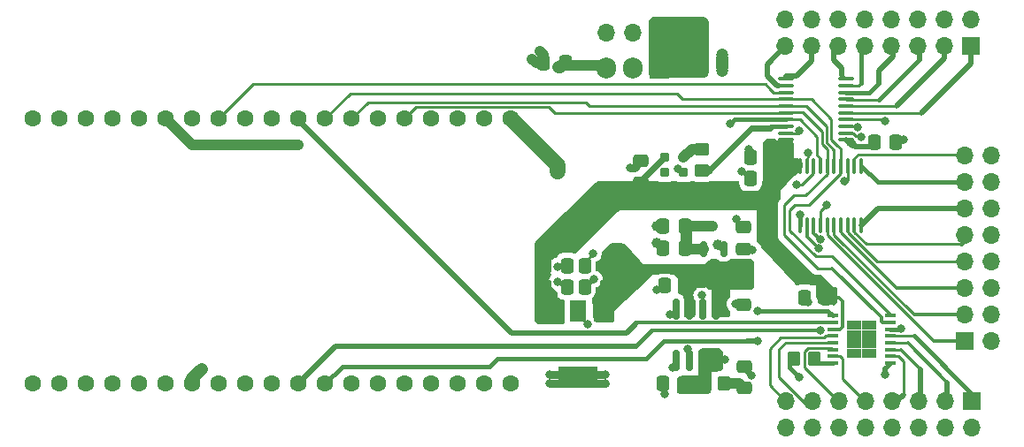
<source format=gbr>
%TF.GenerationSoftware,KiCad,Pcbnew,(6.0.5-0)*%
%TF.CreationDate,2022-06-25T13:44:39+01:00*%
%TF.ProjectId,revised_minh_design,72657669-7365-4645-9f6d-696e685f6465,rev?*%
%TF.SameCoordinates,Original*%
%TF.FileFunction,Copper,L1,Top*%
%TF.FilePolarity,Positive*%
%FSLAX46Y46*%
G04 Gerber Fmt 4.6, Leading zero omitted, Abs format (unit mm)*
G04 Created by KiCad (PCBNEW (6.0.5-0)) date 2022-06-25 13:44:39*
%MOMM*%
%LPD*%
G01*
G04 APERTURE LIST*
G04 Aperture macros list*
%AMRoundRect*
0 Rectangle with rounded corners*
0 $1 Rounding radius*
0 $2 $3 $4 $5 $6 $7 $8 $9 X,Y pos of 4 corners*
0 Add a 4 corners polygon primitive as box body*
4,1,4,$2,$3,$4,$5,$6,$7,$8,$9,$2,$3,0*
0 Add four circle primitives for the rounded corners*
1,1,$1+$1,$2,$3*
1,1,$1+$1,$4,$5*
1,1,$1+$1,$6,$7*
1,1,$1+$1,$8,$9*
0 Add four rect primitives between the rounded corners*
20,1,$1+$1,$2,$3,$4,$5,0*
20,1,$1+$1,$4,$5,$6,$7,0*
20,1,$1+$1,$6,$7,$8,$9,0*
20,1,$1+$1,$8,$9,$2,$3,0*%
G04 Aperture macros list end*
%TA.AperFunction,ComponentPad*%
%ADD10O,1.700000X1.700000*%
%TD*%
%TA.AperFunction,ComponentPad*%
%ADD11R,1.700000X1.700000*%
%TD*%
%TA.AperFunction,SMDPad,CuDef*%
%ADD12RoundRect,0.100000X0.637500X0.100000X-0.637500X0.100000X-0.637500X-0.100000X0.637500X-0.100000X0*%
%TD*%
%TA.AperFunction,SMDPad,CuDef*%
%ADD13RoundRect,0.250000X-0.475000X0.337500X-0.475000X-0.337500X0.475000X-0.337500X0.475000X0.337500X0*%
%TD*%
%TA.AperFunction,SMDPad,CuDef*%
%ADD14RoundRect,0.250000X0.337500X0.475000X-0.337500X0.475000X-0.337500X-0.475000X0.337500X-0.475000X0*%
%TD*%
%TA.AperFunction,SMDPad,CuDef*%
%ADD15RoundRect,0.100000X0.100000X-0.637500X0.100000X0.637500X-0.100000X0.637500X-0.100000X-0.637500X0*%
%TD*%
%TA.AperFunction,SMDPad,CuDef*%
%ADD16RoundRect,0.250000X0.475000X-0.337500X0.475000X0.337500X-0.475000X0.337500X-0.475000X-0.337500X0*%
%TD*%
%TA.AperFunction,SMDPad,CuDef*%
%ADD17R,1.500000X2.000000*%
%TD*%
%TA.AperFunction,SMDPad,CuDef*%
%ADD18R,3.800000X2.000000*%
%TD*%
%TA.AperFunction,SMDPad,CuDef*%
%ADD19RoundRect,0.250000X-0.350000X-0.450000X0.350000X-0.450000X0.350000X0.450000X-0.350000X0.450000X0*%
%TD*%
%TA.AperFunction,SMDPad,CuDef*%
%ADD20RoundRect,0.150000X-0.150000X0.587500X-0.150000X-0.587500X0.150000X-0.587500X0.150000X0.587500X0*%
%TD*%
%TA.AperFunction,SMDPad,CuDef*%
%ADD21RoundRect,0.250000X-0.337500X-0.475000X0.337500X-0.475000X0.337500X0.475000X-0.337500X0.475000X0*%
%TD*%
%TA.AperFunction,SMDPad,CuDef*%
%ADD22RoundRect,0.150000X-0.150000X0.825000X-0.150000X-0.825000X0.150000X-0.825000X0.150000X0.825000X0*%
%TD*%
%TA.AperFunction,ComponentPad*%
%ADD23R,1.905000X2.000000*%
%TD*%
%TA.AperFunction,ComponentPad*%
%ADD24O,1.905000X2.000000*%
%TD*%
%TA.AperFunction,SMDPad,CuDef*%
%ADD25R,1.050000X0.450000*%
%TD*%
%TA.AperFunction,SMDPad,CuDef*%
%ADD26R,1.470000X0.895000*%
%TD*%
%TA.AperFunction,SMDPad,CuDef*%
%ADD27RoundRect,0.250000X-0.450000X0.350000X-0.450000X-0.350000X0.450000X-0.350000X0.450000X0.350000X0*%
%TD*%
%TA.AperFunction,SMDPad,CuDef*%
%ADD28RoundRect,0.200000X0.250000X-0.200000X0.250000X0.200000X-0.250000X0.200000X-0.250000X-0.200000X0*%
%TD*%
%TA.AperFunction,ComponentPad*%
%ADD29C,1.600000*%
%TD*%
%TA.AperFunction,ViaPad*%
%ADD30C,0.800000*%
%TD*%
%TA.AperFunction,ViaPad*%
%ADD31C,1.200000*%
%TD*%
%TA.AperFunction,ViaPad*%
%ADD32C,1.000000*%
%TD*%
%TA.AperFunction,Conductor*%
%ADD33C,0.500000*%
%TD*%
%TA.AperFunction,Conductor*%
%ADD34C,0.250000*%
%TD*%
%TA.AperFunction,Conductor*%
%ADD35C,0.800000*%
%TD*%
%TA.AperFunction,Conductor*%
%ADD36C,1.000000*%
%TD*%
%TA.AperFunction,Conductor*%
%ADD37C,0.300000*%
%TD*%
%TA.AperFunction,Conductor*%
%ADD38C,0.600000*%
%TD*%
%TA.AperFunction,Conductor*%
%ADD39C,0.400000*%
%TD*%
%TA.AperFunction,Conductor*%
%ADD40C,1.200000*%
%TD*%
%TA.AperFunction,Conductor*%
%ADD41C,1.500000*%
%TD*%
%TA.AperFunction,Conductor*%
%ADD42C,1.100000*%
%TD*%
%TA.AperFunction,Conductor*%
%ADD43C,0.450000*%
%TD*%
%TA.AperFunction,Conductor*%
%ADD44C,0.350000*%
%TD*%
G04 APERTURE END LIST*
D10*
%TO.P,J4,16,Pin_16*%
%TO.N,Earth*%
X124079000Y-79375000D03*
%TO.P,J4,15,Pin_15*%
%TO.N,VoutA*%
X124079000Y-76835000D03*
%TO.P,J4,14,Pin_14*%
%TO.N,Earth*%
X126619000Y-79375000D03*
%TO.P,J4,13,Pin_13*%
%TO.N,VoutC*%
X126619000Y-76835000D03*
%TO.P,J4,12,Pin_12*%
%TO.N,Earth*%
X129159000Y-79375000D03*
%TO.P,J4,11,Pin_11*%
%TO.N,VoutE*%
X129159000Y-76835000D03*
%TO.P,J4,10,Pin_10*%
%TO.N,Earth*%
X131699000Y-79375000D03*
%TO.P,J4,9,Pin_9*%
%TO.N,VoutG*%
X131699000Y-76835000D03*
%TO.P,J4,8,Pin_8*%
%TO.N,Earth*%
X134239000Y-79375000D03*
%TO.P,J4,7,Pin_7*%
%TO.N,VoutH*%
X134239000Y-76835000D03*
%TO.P,J4,6,Pin_6*%
%TO.N,Earth*%
X136779000Y-79375000D03*
%TO.P,J4,5,Pin_5*%
%TO.N,VoutF*%
X136779000Y-76835000D03*
%TO.P,J4,4,Pin_4*%
%TO.N,Earth*%
X139319000Y-79375000D03*
%TO.P,J4,3,Pin_3*%
%TO.N,VoutD*%
X139319000Y-76835000D03*
%TO.P,J4,2,Pin_2*%
%TO.N,Earth*%
X141859000Y-79375000D03*
D11*
%TO.P,J4,1,Pin_1*%
%TO.N,VoutB*%
X141859000Y-76835000D03*
%TD*%
%TO.P,J3,1,Pin_1*%
%TO.N,ADC2_1*%
X141204000Y-71105000D03*
D10*
%TO.P,J3,2,Pin_2*%
%TO.N,Earth*%
X143744000Y-71105000D03*
%TO.P,J3,3,Pin_3*%
%TO.N,ADC2_2*%
X141204000Y-68565000D03*
%TO.P,J3,4,Pin_4*%
%TO.N,Earth*%
X143744000Y-68565000D03*
%TO.P,J3,5,Pin_5*%
%TO.N,ADC2_3*%
X141204000Y-66025000D03*
%TO.P,J3,6,Pin_6*%
%TO.N,Earth*%
X143744000Y-66025000D03*
%TO.P,J3,7,Pin_7*%
%TO.N,ADC2_4*%
X141204000Y-63485000D03*
%TO.P,J3,8,Pin_8*%
%TO.N,Earth*%
X143744000Y-63485000D03*
%TO.P,J3,9,Pin_9*%
%TO.N,ADC2_5*%
X141204000Y-60945000D03*
%TO.P,J3,10,Pin_10*%
%TO.N,Earth*%
X143744000Y-60945000D03*
%TO.P,J3,11,Pin_11*%
%TO.N,ADC2_6*%
X141204000Y-58405000D03*
%TO.P,J3,12,Pin_12*%
%TO.N,Earth*%
X143744000Y-58405000D03*
%TO.P,J3,13,Pin_13*%
%TO.N,ADC2_7*%
X141204000Y-55865000D03*
%TO.P,J3,14,Pin_14*%
%TO.N,Earth*%
X143744000Y-55865000D03*
%TO.P,J3,15,Pin_15*%
%TO.N,ADC2_8*%
X141204000Y-53325000D03*
%TO.P,J3,16,Pin_16*%
%TO.N,Earth*%
X143744000Y-53325000D03*
%TD*%
D11*
%TO.P,J2,1,Pin_1*%
%TO.N,ADC1_1*%
X141844000Y-42799000D03*
D10*
%TO.P,J2,2,Pin_2*%
%TO.N,Earth*%
X141844000Y-40259000D03*
%TO.P,J2,3,Pin_3*%
%TO.N,ADC1_2*%
X139304000Y-42799000D03*
%TO.P,J2,4,Pin_4*%
%TO.N,Earth*%
X139304000Y-40259000D03*
%TO.P,J2,5,Pin_5*%
%TO.N,ADC1_3*%
X136764000Y-42799000D03*
%TO.P,J2,6,Pin_6*%
%TO.N,Earth*%
X136764000Y-40259000D03*
%TO.P,J2,7,Pin_7*%
%TO.N,ADC1_4*%
X134224000Y-42799000D03*
%TO.P,J2,8,Pin_8*%
%TO.N,Earth*%
X134224000Y-40259000D03*
%TO.P,J2,9,Pin_9*%
%TO.N,ADC1_5*%
X131684000Y-42799000D03*
%TO.P,J2,10,Pin_10*%
%TO.N,Earth*%
X131684000Y-40259000D03*
%TO.P,J2,11,Pin_11*%
%TO.N,ADC1_6*%
X129144000Y-42799000D03*
%TO.P,J2,12,Pin_12*%
%TO.N,Earth*%
X129144000Y-40259000D03*
%TO.P,J2,13,Pin_13*%
%TO.N,ADC1_7*%
X126604000Y-42799000D03*
%TO.P,J2,14,Pin_14*%
%TO.N,Earth*%
X126604000Y-40259000D03*
%TO.P,J2,15,Pin_15*%
%TO.N,ADC1_8*%
X124064000Y-42799000D03*
%TO.P,J2,16,Pin_16*%
%TO.N,Earth*%
X124064000Y-40259000D03*
%TD*%
D12*
%TO.P,U6,1,AV_{DD}*%
%TO.N,+3.3VA*%
X129862500Y-51820000D03*
%TO.P,U6,2,A_{GND}*%
%TO.N,Earth*%
X129862500Y-51170000D03*
%TO.P,U6,3,REFIN-*%
X129862500Y-50520000D03*
%TO.P,U6,4,REFIN+*%
%TO.N,+3.3VDAC*%
X129862500Y-49870000D03*
%TO.P,U6,5,CH0*%
%TO.N,ADC1_1*%
X129862500Y-49220000D03*
%TO.P,U6,6,CH1*%
%TO.N,ADC1_2*%
X129862500Y-48570000D03*
%TO.P,U6,7,CH2*%
%TO.N,ADC1_3*%
X129862500Y-47920000D03*
%TO.P,U6,8,CH3*%
%TO.N,ADC1_4*%
X129862500Y-47270000D03*
%TO.P,U6,9,CH4*%
%TO.N,ADC1_5*%
X129862500Y-46620000D03*
%TO.P,U6,10,CH5*%
%TO.N,ADC1_6*%
X129862500Y-45970000D03*
%TO.P,U6,11,CH6*%
%TO.N,ADC1_7*%
X124137500Y-45970000D03*
%TO.P,U6,12,CH7*%
%TO.N,ADC1_8*%
X124137500Y-46620000D03*
%TO.P,U6,13,~{CS}*%
%TO.N,~{ADC1_CS}*%
X124137500Y-47270000D03*
%TO.P,U6,14,SCK*%
%TO.N,SK*%
X124137500Y-47920000D03*
%TO.P,U6,15,SDI*%
%TO.N,SI*%
X124137500Y-48570000D03*
%TO.P,U6,16,SDO*%
%TO.N,SO*%
X124137500Y-49220000D03*
%TO.P,U6,17,~{IRQ}/MDAT*%
%TO.N,MDAT*%
X124137500Y-49870000D03*
%TO.P,U6,18,MLCK*%
%TO.N,CLK*%
X124137500Y-50520000D03*
%TO.P,U6,19,D_{GND}*%
%TO.N,Earth*%
X124137500Y-51170000D03*
%TO.P,U6,20,DV_{DD}*%
%TO.N,+3V3*%
X124137500Y-51820000D03*
%TD*%
D13*
%TO.P,C18,1*%
%TO.N,+3.3VA*%
X120015000Y-60176500D03*
%TO.P,C18,2*%
%TO.N,Earth*%
X120015000Y-62251500D03*
%TD*%
D14*
%TO.P,C13,1*%
%TO.N,+3.3VDAC*%
X114448500Y-75185000D03*
%TO.P,C13,2*%
%TO.N,Earth*%
X112373500Y-75185000D03*
%TD*%
D15*
%TO.P,U7,1,AV_{DD}*%
%TO.N,+3.3VA*%
X125472000Y-60012500D03*
%TO.P,U7,2,A_{GND}*%
%TO.N,Earth*%
X126122000Y-60012500D03*
%TO.P,U7,3,REFIN-*%
X126772000Y-60012500D03*
%TO.P,U7,4,REFIN+*%
%TO.N,+3.3VDAC*%
X127422000Y-60012500D03*
%TO.P,U7,5,CH0*%
%TO.N,ADC2_1*%
X128072000Y-60012500D03*
%TO.P,U7,6,CH1*%
%TO.N,ADC2_2*%
X128722000Y-60012500D03*
%TO.P,U7,7,CH2*%
%TO.N,ADC2_3*%
X129372000Y-60012500D03*
%TO.P,U7,8,CH3*%
%TO.N,ADC2_4*%
X130022000Y-60012500D03*
%TO.P,U7,9,CH4*%
%TO.N,ADC2_5*%
X130672000Y-60012500D03*
%TO.P,U7,10,CH5*%
%TO.N,ADC2_6*%
X131322000Y-60012500D03*
%TO.P,U7,11,CH6*%
%TO.N,ADC2_7*%
X131322000Y-54287500D03*
%TO.P,U7,12,CH7*%
%TO.N,ADC2_8*%
X130672000Y-54287500D03*
%TO.P,U7,13,~{CS}*%
%TO.N,~{ADC2_CS}*%
X130022000Y-54287500D03*
%TO.P,U7,14,SCK*%
%TO.N,SK*%
X129372000Y-54287500D03*
%TO.P,U7,15,SDI*%
%TO.N,SI*%
X128722000Y-54287500D03*
%TO.P,U7,16,SDO*%
%TO.N,SO*%
X128072000Y-54287500D03*
%TO.P,U7,17,~{IRQ}/MDAT*%
%TO.N,MDAT*%
X127422000Y-54287500D03*
%TO.P,U7,18,MLCK*%
%TO.N,CLK*%
X126772000Y-54287500D03*
%TO.P,U7,19,D_{GND}*%
%TO.N,Earth*%
X126122000Y-54287500D03*
%TO.P,U7,20,DV_{DD}*%
%TO.N,+3V3*%
X125472000Y-54287500D03*
%TD*%
D16*
%TO.P,C11,1*%
%TO.N,+3V3*%
X110236000Y-55901500D03*
%TO.P,C11,2*%
%TO.N,Earth*%
X110236000Y-53826500D03*
%TD*%
D14*
%TO.P,C8,1*%
%TO.N,+3.3VA*%
X114448500Y-60071000D03*
%TO.P,C8,2*%
%TO.N,Earth*%
X112373500Y-60071000D03*
%TD*%
D17*
%TO.P,U4,1,VI*%
%TO.N,+5V*%
X106495500Y-68224000D03*
D18*
%TO.P,U4,2,GND*%
%TO.N,Earth*%
X104195500Y-74524000D03*
D17*
X104195500Y-68224000D03*
%TO.P,U4,3,VO*%
%TO.N,+3V3*%
X101895500Y-68224000D03*
%TD*%
D14*
%TO.P,C2,1*%
%TO.N,+5V*%
X103018500Y-44450000D03*
%TO.P,C2,2*%
%TO.N,Earth*%
X100943500Y-44450000D03*
%TD*%
D19*
%TO.P,R2,1*%
%TO.N,+3.3VDAC*%
X116156500Y-75185000D03*
%TO.P,R2,2*%
%TO.N,Net-(C12-Pad1)*%
X118156500Y-75185000D03*
%TD*%
D14*
%TO.P,C3,1*%
%TO.N,+5V*%
X106955500Y-63880000D03*
%TO.P,C3,2*%
%TO.N,Earth*%
X104880500Y-63880000D03*
%TD*%
%TO.P,C14,1*%
%TO.N,+3V3*%
X127932000Y-66929000D03*
%TO.P,C14,2*%
%TO.N,Earth*%
X125857000Y-66929000D03*
%TD*%
D16*
%TO.P,C12,1*%
%TO.N,Net-(C12-Pad1)*%
X120128500Y-75586500D03*
%TO.P,C12,2*%
%TO.N,Earth*%
X120128500Y-73511500D03*
%TD*%
D14*
%TO.P,C17,1*%
%TO.N,+3V3*%
X122830500Y-55499000D03*
%TO.P,C17,2*%
%TO.N,Earth*%
X120755500Y-55499000D03*
%TD*%
D20*
%TO.P,U3,1,GND*%
%TO.N,Earth*%
X118171000Y-62308500D03*
%TO.P,U3,2,VO*%
%TO.N,+3.3VA*%
X116271000Y-62308500D03*
%TO.P,U3,3,VI*%
%TO.N,+5V*%
X117221000Y-64183500D03*
%TD*%
D21*
%TO.P,C7,1*%
%TO.N,+3V3*%
X101118000Y-65880000D03*
%TO.P,C7,2*%
%TO.N,Earth*%
X103193000Y-65880000D03*
%TD*%
D22*
%TO.P,U5,1,VDD*%
%TO.N,+5V*%
X117461500Y-68010000D03*
%TO.P,U5,2,GND*%
%TO.N,Earth*%
X116191500Y-68010000D03*
%TO.P,U5,3,~{SHDN}*%
%TO.N,+5V*%
X114921500Y-68010000D03*
%TO.P,U5,4,GND*%
%TO.N,Earth*%
X113651500Y-68010000D03*
%TO.P,U5,5,GND*%
X113651500Y-72960000D03*
%TO.P,U5,6,GND*%
X114921500Y-72960000D03*
%TO.P,U5,7,OUT*%
%TO.N,+3.3VDAC*%
X116191500Y-72960000D03*
%TO.P,U5,8,FB*%
X117461500Y-72960000D03*
%TD*%
D21*
%TO.P,C1,1*%
%TO.N,+12V*%
X115929500Y-44450000D03*
%TO.P,C1,2*%
%TO.N,Earth*%
X118004500Y-44450000D03*
%TD*%
D23*
%TO.P,U2,1,VI*%
%TO.N,+12V*%
X112014000Y-44902000D03*
D24*
%TO.P,U2,2,GND*%
%TO.N,Earth*%
X109474000Y-44902000D03*
%TO.P,U2,3,VO*%
%TO.N,+5V*%
X106934000Y-44902000D03*
%TD*%
D21*
%TO.P,C9,1*%
%TO.N,+3V3*%
X101118000Y-63880000D03*
%TO.P,C9,2*%
%TO.N,Earth*%
X103193000Y-63880000D03*
%TD*%
D14*
%TO.P,C5,1*%
%TO.N,+5V*%
X106955500Y-65880000D03*
%TO.P,C5,2*%
%TO.N,Earth*%
X104880500Y-65880000D03*
%TD*%
D21*
%TO.P,C16,1*%
%TO.N,+3.3VA*%
X132566500Y-52070000D03*
%TO.P,C16,2*%
%TO.N,Earth*%
X134641500Y-52070000D03*
%TD*%
D19*
%TO.P,R1,1*%
%TO.N,+3.3VDAC*%
X124857000Y-72771000D03*
%TO.P,R1,2*%
%TO.N,Net-(R1-Pad2)*%
X126857000Y-72771000D03*
%TD*%
D25*
%TO.P,U8,1,LDAC*%
%TO.N,LDAC*%
X128570000Y-68651500D03*
%TO.P,U8,2,~{SYNC}*%
%TO.N,~{DAC_CS}*%
X128570000Y-69301500D03*
%TO.P,U8,3,AV_{DD}*%
%TO.N,+3V3*%
X128570000Y-69951500D03*
%TO.P,U8,4,V_{OUT}A*%
%TO.N,VoutA*%
X128570000Y-70601500D03*
%TO.P,U8,5,V_{OUT}C*%
%TO.N,VoutC*%
X128570000Y-71251500D03*
%TO.P,U8,6,V_{OUT}E*%
%TO.N,VoutE*%
X128570000Y-71901500D03*
%TO.P,U8,7,V_{OUT}G*%
%TO.N,VoutG*%
X128570000Y-72551500D03*
%TO.P,U8,8,V_{REF}IN*%
%TO.N,Net-(R1-Pad2)*%
X128570000Y-73201500D03*
%TO.P,U8,9,~{CLR}*%
%TO.N,~{CLR}*%
X134120000Y-73201500D03*
%TO.P,U8,10,V_{OUT}H*%
%TO.N,VoutH*%
X134120000Y-72551500D03*
%TO.P,U8,11,V_{OUT}F*%
%TO.N,VoutF*%
X134120000Y-71901500D03*
%TO.P,U8,12,V_{OUT}D*%
%TO.N,VoutD*%
X134120000Y-71251500D03*
%TO.P,U8,13,V_{OUT}B*%
%TO.N,VoutB*%
X134120000Y-70601500D03*
%TO.P,U8,14,GND*%
%TO.N,Earth*%
X134120000Y-69951500D03*
%TO.P,U8,15,D_{IN}*%
%TO.N,SO*%
X134120000Y-69301500D03*
%TO.P,U8,16,SCLK*%
%TO.N,SK*%
X134120000Y-68651500D03*
D26*
%TO.P,U8,17*%
%TO.N,N/C*%
X132080000Y-70479000D03*
X130610000Y-69584000D03*
X130610000Y-72269000D03*
X132080000Y-72269000D03*
X130610000Y-71374000D03*
X130610000Y-70479000D03*
X132080000Y-69584000D03*
X132080000Y-71374000D03*
%TD*%
D11*
%TO.P,J1,1,Pin_1*%
%TO.N,+12V*%
X112014000Y-41529000D03*
D10*
%TO.P,J1,2,Pin_2*%
%TO.N,Earth*%
X109474000Y-41529000D03*
%TO.P,J1,3,Pin_3*%
X106934000Y-41529000D03*
%TD*%
D14*
%TO.P,C6,1*%
%TO.N,+3.3VA*%
X114448500Y-62230000D03*
%TO.P,C6,2*%
%TO.N,Earth*%
X112373500Y-62230000D03*
%TD*%
D27*
%TO.P,R3,1*%
%TO.N,Net-(R3-Pad1)*%
X116078000Y-52721000D03*
%TO.P,R3,2*%
%TO.N,CLK*%
X116078000Y-54721000D03*
%TD*%
D14*
%TO.P,C10,1*%
%TO.N,+5V*%
X114597000Y-65785000D03*
%TO.P,C10,2*%
%TO.N,Earth*%
X112522000Y-65785000D03*
%TD*%
%TO.P,C15,1*%
%TO.N,+3V3*%
X122830500Y-53467000D03*
%TO.P,C15,2*%
%TO.N,Earth*%
X120755500Y-53467000D03*
%TD*%
D13*
%TO.P,C4,1*%
%TO.N,+5V*%
X120015000Y-65510500D03*
%TO.P,C4,2*%
%TO.N,Earth*%
X120015000Y-67585500D03*
%TD*%
D28*
%TO.P,X1,1,Tri-State*%
%TO.N,unconnected-(X1-Pad1)*%
X112486000Y-54954000D03*
%TO.P,X1,2,GND*%
%TO.N,Earth*%
X114336000Y-54954000D03*
%TO.P,X1,3,OUT*%
%TO.N,Net-(R3-Pad1)*%
X114336000Y-53504000D03*
%TO.P,X1,4,VDD*%
%TO.N,+3V3*%
X112486000Y-53504000D03*
%TD*%
D29*
%TO.P,U1,1,CLK*%
%TO.N,unconnected-(U1-Pad1)*%
X97785000Y-75184000D03*
%TO.P,U1,2,D0*%
%TO.N,unconnected-(U1-Pad2)*%
X95245000Y-75184000D03*
%TO.P,U1,3,D1*%
%TO.N,unconnected-(U1-Pad3)*%
X92705000Y-75184000D03*
%TO.P,U1,4,15*%
%TO.N,unconnected-(U1-Pad4)*%
X90165000Y-75184000D03*
%TO.P,U1,5,2*%
%TO.N,unconnected-(U1-Pad5)*%
X87625000Y-75184000D03*
%TO.P,U1,6,0*%
%TO.N,unconnected-(U1-Pad6)*%
X85085000Y-75184000D03*
%TO.P,U1,7,4*%
%TO.N,unconnected-(U1-Pad7)*%
X82545000Y-75184000D03*
%TO.P,U1,8,16*%
%TO.N,LDAC*%
X80005000Y-75184000D03*
%TO.P,U1,9,17*%
%TO.N,~{CLR}*%
X77465000Y-75184000D03*
%TO.P,U1,10,5*%
%TO.N,unconnected-(U1-Pad10)*%
X74925000Y-75184000D03*
%TO.P,U1,11,18*%
%TO.N,unconnected-(U1-Pad11)*%
X72385000Y-75184000D03*
%TO.P,U1,12,19*%
%TO.N,unconnected-(U1-Pad12)*%
X69845000Y-75184000D03*
%TO.P,U1,13,GND*%
%TO.N,Earth*%
X67305000Y-75184000D03*
%TO.P,U1,14,21*%
%TO.N,unconnected-(U1-Pad14)*%
X64765000Y-75184000D03*
%TO.P,U1,15,RX*%
%TO.N,unconnected-(U1-Pad15)*%
X62225000Y-75184000D03*
%TO.P,U1,16,TX*%
%TO.N,unconnected-(U1-Pad16)*%
X59685000Y-75184000D03*
%TO.P,U1,17,22*%
%TO.N,unconnected-(U1-Pad17)*%
X57145000Y-75184000D03*
%TO.P,U1,18,23*%
%TO.N,unconnected-(U1-Pad18)*%
X54605000Y-75184000D03*
%TO.P,U1,19,GND*%
%TO.N,Earth*%
X52065000Y-75184000D03*
%TO.P,U1,20,3V3*%
%TO.N,unconnected-(U1-Pad20)*%
X52102143Y-49789715D03*
%TO.P,U1,21,EN*%
%TO.N,unconnected-(U1-Pad21)*%
X54599014Y-49789715D03*
%TO.P,U1,22,VP*%
%TO.N,unconnected-(U1-Pad22)*%
X57145000Y-49784000D03*
%TO.P,U1,23,VN*%
%TO.N,unconnected-(U1-Pad23)*%
X59713572Y-49789715D03*
%TO.P,U1,24,34*%
%TO.N,unconnected-(U1-Pad24)*%
X62250715Y-49789715D03*
%TO.P,U1,25,35*%
%TO.N,MDAT*%
X64765000Y-49784000D03*
%TO.P,U1,26,32*%
%TO.N,~{ADC2_CS}*%
X67305000Y-49784000D03*
%TO.P,U1,27,33*%
%TO.N,~{ADC1_CS}*%
X69845000Y-49784000D03*
%TO.P,U1,28,25*%
%TO.N,unconnected-(U1-Pad28)*%
X72385000Y-49784000D03*
%TO.P,U1,29,26*%
%TO.N,unconnected-(U1-Pad29)*%
X74925000Y-49784000D03*
%TO.P,U1,30,27*%
%TO.N,~{DAC_CS}*%
X77465000Y-49784000D03*
%TO.P,U1,31,14*%
%TO.N,SK*%
X80010715Y-49789715D03*
%TO.P,U1,32,12*%
%TO.N,SI*%
X82547858Y-49789715D03*
%TO.P,U1,33,GND*%
%TO.N,Earth*%
X85085000Y-49784000D03*
%TO.P,U1,34,13*%
%TO.N,SO*%
X87625000Y-49784000D03*
%TO.P,U1,35,D2*%
%TO.N,unconnected-(U1-Pad35)*%
X90165000Y-49784000D03*
%TO.P,U1,36,D3*%
%TO.N,unconnected-(U1-Pad36)*%
X92705000Y-49784000D03*
%TO.P,U1,37,CMD*%
%TO.N,unconnected-(U1-Pad37)*%
X95245000Y-49784000D03*
%TO.P,U1,38,5V*%
%TO.N,+5V*%
X97785000Y-49784000D03*
%TD*%
D30*
%TO.N,Earth*%
X127254000Y-62230011D03*
X106807000Y-75184000D03*
X130937000Y-50594500D03*
D31*
X117983000Y-43688000D03*
D30*
X113284000Y-73660000D03*
X126259500Y-67399500D03*
X127381000Y-61349500D03*
X113792000Y-54610000D03*
D32*
X117602000Y-61849000D03*
D30*
X102305000Y-65405000D03*
D31*
X117983000Y-45212000D03*
D30*
X114681000Y-71844489D03*
X105156000Y-69469000D03*
X101473000Y-75184000D03*
X101473000Y-74295000D03*
X126238000Y-53086000D03*
X105778495Y-65149065D03*
D31*
X68199000Y-73787000D03*
D32*
X100584000Y-43307000D03*
D30*
X105664000Y-62738000D03*
X120523000Y-52705000D03*
X119253000Y-67564000D03*
X106807000Y-74295000D03*
X102305000Y-64008000D03*
X125391819Y-50949902D03*
X112522000Y-76200000D03*
X113030000Y-68585009D03*
X135143100Y-69860114D03*
X116078000Y-66675000D03*
X135382000Y-51816000D03*
X120904000Y-62357000D03*
X120777923Y-74417599D03*
X119888000Y-54864000D03*
D32*
X99822000Y-44069000D03*
X111760000Y-61722000D03*
X111760000Y-60071000D03*
D30*
X131318000Y-51562000D03*
X109220000Y-54466500D03*
X111760000Y-66167000D03*
%TO.N,+5V*%
X102235000Y-54864000D03*
D31*
X102362000Y-44831000D03*
D30*
X107696000Y-62738000D03*
%TO.N,+3.3VA*%
X130429000Y-52197000D03*
X119380000Y-59436000D03*
X125466083Y-58950433D03*
X117094000Y-60071000D03*
%TO.N,+3.3VDAC*%
X133604000Y-50038000D03*
X125349000Y-74549000D03*
X118237000Y-72898000D03*
X128016000Y-58039000D03*
%TO.N,CLK*%
X116713000Y-54737000D03*
X125095000Y-56134000D03*
%TO.N,LDAC*%
X121412000Y-71120000D03*
X121412000Y-68199000D03*
%TO.N,~{CLR}*%
X127381000Y-70034020D03*
X133604000Y-74295000D03*
%TO.N,MDAT*%
X118745000Y-50292000D03*
D32*
X77470000Y-52324000D03*
D30*
%TO.N,~{ADC2_CS}*%
X129667000Y-55753000D03*
%TD*%
D33*
%TO.N,ADC2_6*%
X131322000Y-60012500D02*
X132914500Y-58420000D01*
X132914500Y-58420000D02*
X141732000Y-58420000D01*
%TO.N,ADC1_8*%
X123449639Y-46620000D02*
X123272862Y-46620000D01*
X123272862Y-46620000D02*
X122301000Y-45648138D01*
X122301000Y-45648138D02*
X122301000Y-44562000D01*
X122301000Y-44562000D02*
X124064000Y-42799000D01*
%TO.N,ADC1_7*%
X124079000Y-45720000D02*
X125095000Y-45720000D01*
X125095000Y-45720000D02*
X126604000Y-44211000D01*
X126604000Y-44211000D02*
X126604000Y-42799000D01*
%TO.N,ADC1_1*%
X137089000Y-49220000D02*
X141844000Y-44465000D01*
X141844000Y-44465000D02*
X141844000Y-42799000D01*
%TO.N,ADC1_2*%
X134691000Y-48570000D02*
X139304000Y-43957000D01*
X139304000Y-43957000D02*
X139304000Y-42799000D01*
%TO.N,ADC1_3*%
X136891000Y-44084000D02*
X136891000Y-42926000D01*
X136891000Y-42926000D02*
X136764000Y-42799000D01*
%TO.N,ADC1_4*%
X134351000Y-43800000D02*
X134351000Y-42926000D01*
X134351000Y-42926000D02*
X134224000Y-42799000D01*
D34*
%TO.N,MDAT*%
X124137500Y-49870000D02*
X125435000Y-49870000D01*
X127116960Y-53294599D02*
X127422000Y-53599639D01*
X125435000Y-49870000D02*
X127116960Y-51551960D01*
X127116960Y-51551960D02*
X127116960Y-53294599D01*
X127422000Y-53599639D02*
X127422000Y-54287500D01*
%TO.N,SO*%
X128072000Y-54287500D02*
X128072000Y-52746718D01*
X127566480Y-52241197D02*
X127566480Y-50985480D01*
X127566480Y-50985480D02*
X125730000Y-49149000D01*
X124208500Y-49149000D02*
X124137500Y-49220000D01*
X125730000Y-49149000D02*
X124208500Y-49149000D01*
X128072000Y-52746718D02*
X127566480Y-52241197D01*
D35*
%TO.N,Earth*%
X104195500Y-74274000D02*
X106786000Y-74274000D01*
X104195500Y-74274000D02*
X101494000Y-74274000D01*
D36*
%TO.N,+12V*%
X112014000Y-44775000D02*
X112466000Y-44323000D01*
D34*
X115477500Y-44775000D02*
X115929500Y-44323000D01*
D35*
%TO.N,Earth*%
X104394000Y-75184000D02*
X106807000Y-75184000D01*
D34*
X104880500Y-63754000D02*
X104880500Y-63521500D01*
X104195500Y-74524000D02*
X104195500Y-74985500D01*
D36*
X100203000Y-44450000D02*
X99822000Y-44069000D01*
D37*
X126772000Y-60012500D02*
X126772000Y-60735717D01*
D36*
X100943500Y-43666500D02*
X100584000Y-43307000D01*
D34*
X104195500Y-68508500D02*
X105156000Y-69469000D01*
X114009000Y-54827000D02*
X113792000Y-54610000D01*
D35*
X109596000Y-54466500D02*
X110236000Y-53826500D01*
D34*
X104195500Y-67974000D02*
X104195500Y-68508500D01*
X111760000Y-66167000D02*
X112499500Y-66167000D01*
X130937000Y-50594500D02*
X130862500Y-50520000D01*
X104195500Y-74985500D02*
X104394000Y-75184000D01*
X105173560Y-65754000D02*
X105778495Y-65149065D01*
X120523000Y-52705000D02*
X120523000Y-53213000D01*
X113651500Y-68010000D02*
X113605009Y-68010000D01*
D33*
X114681000Y-71844489D02*
X114921500Y-72084989D01*
D35*
X104013000Y-75184000D02*
X101473000Y-75184000D01*
D34*
X106786000Y-74274000D02*
X106807000Y-74295000D01*
X114336000Y-54827000D02*
X114009000Y-54827000D01*
X135051714Y-69951500D02*
X135143100Y-69860114D01*
X120523000Y-55499000D02*
X120777000Y-55499000D01*
X104880500Y-65754000D02*
X105173560Y-65754000D01*
X125171721Y-51170000D02*
X124137500Y-51170000D01*
D38*
X118061500Y-62308500D02*
X118171000Y-62308500D01*
D34*
X131318000Y-51562000D02*
X131191000Y-51435000D01*
X125391819Y-50949902D02*
X125171721Y-51170000D01*
D37*
X126772000Y-60735717D02*
X127377283Y-61341000D01*
D34*
X134536000Y-52324000D02*
X134874000Y-52324000D01*
X114921500Y-72084989D02*
X114921500Y-72960000D01*
X131191000Y-51435000D02*
X130824511Y-51435000D01*
X104195500Y-74524000D02*
X104195500Y-75001500D01*
X67305000Y-75184000D02*
X67305000Y-74681000D01*
X103193000Y-63754000D02*
X102559000Y-63754000D01*
X113605009Y-68010000D02*
X113030000Y-68585009D01*
D38*
X117602000Y-61849000D02*
X118061500Y-62308500D01*
D36*
X100943500Y-44450000D02*
X100203000Y-44450000D01*
D33*
X120777923Y-74417599D02*
X120772599Y-74417599D01*
D34*
X104195500Y-75001500D02*
X104013000Y-75184000D01*
X102654000Y-65754000D02*
X102305000Y-65405000D01*
X119888000Y-67564000D02*
X119253000Y-67564000D01*
X130862500Y-50520000D02*
X129862500Y-50520000D01*
D39*
X134120000Y-69951500D02*
X135051714Y-69951500D01*
D34*
X126259500Y-67399500D02*
X125916000Y-67056000D01*
X126238000Y-53483639D02*
X126122000Y-53599639D01*
X126122000Y-53599639D02*
X126122000Y-54287500D01*
D37*
X127377283Y-61341000D02*
X127381000Y-61341000D01*
D34*
X116191500Y-66788500D02*
X116078000Y-66675000D01*
X104880500Y-63521500D02*
X105664000Y-62738000D01*
X134874000Y-52324000D02*
X135382000Y-51816000D01*
X113284000Y-73327500D02*
X113651500Y-72960000D01*
X112419000Y-76097000D02*
X112419000Y-75185000D01*
D35*
X109220000Y-54466500D02*
X109596000Y-54466500D01*
D37*
X127254000Y-62230011D02*
X126122000Y-61098011D01*
D34*
X116191500Y-68010000D02*
X116191500Y-66788500D01*
X130559511Y-51170000D02*
X129862500Y-51170000D01*
X130824511Y-51435000D02*
X130559511Y-51170000D01*
X113284000Y-73660000D02*
X113284000Y-73327500D01*
X120523000Y-53213000D02*
X120777000Y-53467000D01*
X101494000Y-74274000D02*
X101473000Y-74295000D01*
X126238000Y-53086000D02*
X126238000Y-53483639D01*
D33*
X120772599Y-74417599D02*
X120128500Y-73773500D01*
D34*
X112522000Y-76200000D02*
X112419000Y-76097000D01*
X102559000Y-63754000D02*
X102305000Y-64008000D01*
X112499500Y-66167000D02*
X112881500Y-65785000D01*
X103193000Y-65754000D02*
X102654000Y-65754000D01*
X127381000Y-61349500D02*
X127381000Y-61341000D01*
D40*
X67305000Y-74681000D02*
X68199000Y-73787000D01*
D37*
X126122000Y-61098011D02*
X126122000Y-60012500D01*
D34*
X119888000Y-54864000D02*
X120523000Y-55499000D01*
D36*
X100943500Y-44450000D02*
X100943500Y-43666500D01*
D33*
%TO.N,+5V*%
X110744000Y-64389000D02*
X113560500Y-64389000D01*
D36*
X106495500Y-67974000D02*
X109826500Y-64643000D01*
X109826500Y-64643000D02*
X110490000Y-64643000D01*
D38*
X106955500Y-65754000D02*
X106955500Y-67514000D01*
D41*
X102235000Y-54234000D02*
X97785000Y-49784000D01*
D36*
X107696000Y-62738000D02*
X106955500Y-63478500D01*
D34*
X114956500Y-67975000D02*
X114921500Y-68010000D01*
D38*
X106955500Y-63754000D02*
X106955500Y-65754000D01*
D40*
X102510500Y-44831000D02*
X103018500Y-44323000D01*
D33*
X116333000Y-65785000D02*
X114956500Y-65785000D01*
D34*
X117221000Y-64183500D02*
X117221000Y-64897000D01*
D33*
X117221000Y-64897000D02*
X116333000Y-65785000D01*
X117461500Y-68010000D02*
X117461500Y-64424000D01*
D36*
X106863000Y-44704000D02*
X106934000Y-44775000D01*
D33*
X110490000Y-64643000D02*
X110744000Y-64389000D01*
X113560500Y-64389000D02*
X114956500Y-65785000D01*
D36*
X103541500Y-44704000D02*
X106863000Y-44704000D01*
D33*
X114956500Y-65785000D02*
X114956500Y-67975000D01*
D34*
X117461500Y-64424000D02*
X117221000Y-64183500D01*
D40*
X102362000Y-44831000D02*
X102510500Y-44831000D01*
D41*
X102235000Y-54864000D02*
X102235000Y-54234000D01*
D36*
X106955500Y-63478500D02*
X106955500Y-63754000D01*
D42*
%TO.N,+3.3VA*%
X114575500Y-60198000D02*
X114575500Y-62196500D01*
D36*
X114427000Y-62230000D02*
X114505500Y-62308500D01*
D33*
X130429000Y-52197000D02*
X130724087Y-52492087D01*
D37*
X132292913Y-52492087D02*
X132461000Y-52324000D01*
D39*
X125476000Y-58960350D02*
X125476000Y-60008500D01*
D36*
X114527500Y-60071000D02*
X114488000Y-60110500D01*
X114505500Y-62308500D02*
X116271000Y-62308500D01*
D34*
X120015000Y-60176500D02*
X120015000Y-60071000D01*
D33*
X130724087Y-52492087D02*
X132292913Y-52492087D01*
X130239500Y-52197000D02*
X129862500Y-51820000D01*
D36*
X117094000Y-60071000D02*
X114527500Y-60071000D01*
D34*
X120015000Y-60071000D02*
X119380000Y-59436000D01*
D33*
X130429000Y-52197000D02*
X130239500Y-52197000D01*
D39*
X125466083Y-58950433D02*
X125476000Y-58960350D01*
D37*
%TO.N,+3V3*%
X129525489Y-67295489D02*
X129525489Y-69745033D01*
D38*
X105791000Y-57150000D02*
X122609500Y-57150000D01*
D33*
X110236000Y-55626000D02*
X110300635Y-55626000D01*
D37*
X129319022Y-69951500D02*
X128570000Y-69951500D01*
D39*
X122852000Y-53105500D02*
X122852000Y-53467000D01*
X123317000Y-56442500D02*
X125472000Y-54287500D01*
X124137500Y-51820000D02*
X122852000Y-53105500D01*
D37*
X129159000Y-66929000D02*
X129525489Y-67295489D01*
D39*
X122852000Y-55499000D02*
X124253000Y-54098000D01*
X124253000Y-54098000D02*
X125472000Y-54098000D01*
D37*
X129525489Y-69745033D02*
X129319022Y-69951500D01*
D38*
X101118000Y-65754000D02*
X101118000Y-61823000D01*
D39*
X127932000Y-66464000D02*
X122682000Y-61214000D01*
D38*
X110300635Y-55626000D02*
X110308981Y-55626000D01*
X101895500Y-67974000D02*
X101895500Y-66531500D01*
X122609500Y-57150000D02*
X123317000Y-56442500D01*
D37*
X127932000Y-66929000D02*
X129159000Y-66929000D01*
D38*
X101118000Y-61823000D02*
X105791000Y-57150000D01*
X101895500Y-66531500D02*
X101118000Y-65754000D01*
X110308981Y-55626000D02*
X112485000Y-53449981D01*
D39*
X127932000Y-66929000D02*
X127932000Y-66464000D01*
X122682000Y-61214000D02*
X122682000Y-57023000D01*
D36*
%TO.N,Net-(C12-Pad1)*%
X119599000Y-75185000D02*
X119852000Y-75438000D01*
X118156500Y-75185000D02*
X119599000Y-75185000D01*
D41*
%TO.N,+3.3VDAC*%
X114448500Y-75185000D02*
X116077000Y-75185000D01*
D34*
X118175000Y-72960000D02*
X118237000Y-72898000D01*
X124460000Y-73168000D02*
X124857000Y-72771000D01*
X127422000Y-58633000D02*
X127422000Y-60012500D01*
X117461500Y-72960000D02*
X118175000Y-72960000D01*
D39*
X125349000Y-74549000D02*
X124460000Y-73660000D01*
D34*
X133436000Y-49870000D02*
X129862500Y-49870000D01*
X133604000Y-50038000D02*
X133436000Y-49870000D01*
D41*
X116077000Y-75185000D02*
X116078000Y-75184000D01*
D36*
X116205000Y-73723000D02*
X116205000Y-75057000D01*
D34*
X128016000Y-58039000D02*
X127422000Y-58633000D01*
D39*
X124460000Y-73660000D02*
X124460000Y-73168000D01*
D34*
%TO.N,VoutH*%
X134869022Y-72551500D02*
X135382000Y-73064478D01*
X135382000Y-73064478D02*
X135382000Y-76210000D01*
D33*
X135382000Y-76210000D02*
X134478000Y-77114000D01*
D34*
X134120000Y-72551500D02*
X134869022Y-72551500D01*
%TO.N,VoutG*%
X129540000Y-74716000D02*
X131938000Y-77114000D01*
X129540000Y-72772478D02*
X129540000Y-74716000D01*
X129319022Y-72551500D02*
X129540000Y-72772478D01*
X128570000Y-72551500D02*
X129319022Y-72551500D01*
D33*
%TO.N,VoutF*%
X137018000Y-73772000D02*
X137018000Y-77114000D01*
D34*
X134120000Y-71901500D02*
X135147500Y-71901500D01*
D37*
X135147500Y-71901500D02*
X137018000Y-73772000D01*
D34*
%TO.N,VoutE*%
X128469511Y-71801011D02*
X127775020Y-71801011D01*
X127775020Y-71801011D02*
X127720489Y-71746480D01*
X128570000Y-71901500D02*
X128469511Y-71801011D01*
X125932480Y-72060520D02*
X125932480Y-73648480D01*
X127720489Y-71746480D02*
X126246520Y-71746480D01*
X125932480Y-73648480D02*
X129398000Y-77114000D01*
X126246520Y-71746480D02*
X125932480Y-72060520D01*
D33*
%TO.N,VoutD*%
X139558000Y-75042000D02*
X139558000Y-77114000D01*
D37*
X135767500Y-71251500D02*
X139558000Y-75042000D01*
D34*
X134120000Y-71251500D02*
X135767500Y-71251500D01*
%TO.N,VoutC*%
X123444000Y-71882000D02*
X123444000Y-74538990D01*
X128570000Y-71251500D02*
X124074500Y-71251500D01*
X124074500Y-71251500D02*
X123444000Y-71882000D01*
X126019010Y-77114000D02*
X126858000Y-77114000D01*
X123444000Y-74538990D02*
X126019010Y-77114000D01*
D39*
%TO.N,VoutB*%
X136387500Y-70601500D02*
X142098000Y-76312000D01*
D34*
X142098000Y-76312000D02*
X142098000Y-77114000D01*
X134120000Y-70601500D02*
X136387500Y-70601500D01*
%TO.N,VoutA*%
X127720489Y-70772520D02*
X123600980Y-70772520D01*
X123600980Y-70772520D02*
X122555000Y-71818500D01*
X122555000Y-75351000D02*
X124318000Y-77114000D01*
X122555000Y-71818500D02*
X122555000Y-75351000D01*
X128570000Y-70601500D02*
X127891509Y-70601500D01*
X127891509Y-70601500D02*
X127720489Y-70772520D01*
D37*
%TO.N,ADC2_1*%
X138270319Y-71120000D02*
X141732000Y-71120000D01*
D34*
X128072000Y-60012500D02*
X128072000Y-60921681D01*
X128072000Y-60921681D02*
X138270319Y-71120000D01*
%TO.N,ADC2_2*%
X128722000Y-60904000D02*
X136398000Y-68580000D01*
D37*
X136601639Y-68580000D02*
X141732000Y-68580000D01*
D34*
X136398000Y-68580000D02*
X136601639Y-68580000D01*
X128722000Y-60012500D02*
X128722000Y-60904000D01*
D37*
%TO.N,ADC2_3*%
X134711639Y-66040000D02*
X141732000Y-66040000D01*
D34*
X129372000Y-60700361D02*
X134711639Y-66040000D01*
X129372000Y-60012500D02*
X129372000Y-60700361D01*
%TO.N,ADC2_4*%
X132821639Y-63500000D02*
X141732000Y-63500000D01*
X130022000Y-60700361D02*
X132821639Y-63500000D01*
X130022000Y-60012500D02*
X130022000Y-60700361D01*
D39*
%TO.N,ADC2_5*%
X140882000Y-61810000D02*
X141732000Y-60960000D01*
D34*
X130672000Y-60012500D02*
X130672000Y-60700361D01*
X130672000Y-60700361D02*
X131781639Y-61810000D01*
X131781639Y-61810000D02*
X140882000Y-61810000D01*
D39*
%TO.N,ADC2_7*%
X132914500Y-55880000D02*
X141732000Y-55880000D01*
X131322000Y-54287500D02*
X132914500Y-55880000D01*
D34*
%TO.N,ADC2_8*%
X130672000Y-54287500D02*
X130672000Y-53599639D01*
X131058639Y-53213000D02*
X141605000Y-53213000D01*
X130672000Y-53599639D02*
X131058639Y-53213000D01*
%TO.N,ADC1_1*%
X129862500Y-49220000D02*
X137089000Y-49220000D01*
%TO.N,ADC1_2*%
X129862500Y-48570000D02*
X134691000Y-48570000D01*
D39*
%TO.N,ADC1_3*%
X132969000Y-48006000D02*
X136891000Y-44084000D01*
D34*
X129948500Y-48006000D02*
X132969000Y-48006000D01*
X129862500Y-47920000D02*
X129948500Y-48006000D01*
D33*
%TO.N,ADC1_4*%
X132969000Y-46355000D02*
X132969000Y-45212000D01*
X132969000Y-45212000D02*
X134366000Y-43815000D01*
D39*
X132054000Y-47270000D02*
X132969000Y-46355000D01*
X129862500Y-47270000D02*
X132054000Y-47270000D01*
D43*
%TO.N,ADC1_5*%
X131318000Y-46355000D02*
X131318000Y-42555000D01*
D34*
X129862500Y-46620000D02*
X131053000Y-46620000D01*
X131053000Y-46620000D02*
X131318000Y-46355000D01*
D33*
%TO.N,ADC1_6*%
X129413000Y-44958000D02*
X128651000Y-44196000D01*
D34*
X129790000Y-45970000D02*
X129862500Y-45970000D01*
X129413000Y-45593000D02*
X129790000Y-45970000D01*
D33*
X129413000Y-45593000D02*
X129413000Y-44958000D01*
X128651000Y-44196000D02*
X128651000Y-42672000D01*
D34*
%TO.N,ADC1_8*%
X124137500Y-46620000D02*
X123449639Y-46620000D01*
%TO.N,Net-(R3-Pad1)*%
X116078000Y-52721000D02*
X116062000Y-52705000D01*
D36*
X115135000Y-52705000D02*
X114336000Y-53504000D01*
X116062000Y-52705000D02*
X115135000Y-52705000D01*
D39*
%TO.N,CLK*%
X122555000Y-50673000D02*
X122708000Y-50520000D01*
D34*
X125095000Y-56134000D02*
X125613361Y-56134000D01*
X125613361Y-56134000D02*
X126772000Y-54975361D01*
D38*
X120777000Y-50673000D02*
X116713000Y-54737000D01*
X122555000Y-50673000D02*
X120777000Y-50673000D01*
D34*
X126772000Y-54975361D02*
X126772000Y-54287500D01*
D39*
X122708000Y-50520000D02*
X124137500Y-50520000D01*
%TO.N,Net-(R1-Pad2)*%
X128570000Y-73201500D02*
X127287500Y-73201500D01*
D34*
X127287500Y-73201500D02*
X126857000Y-72771000D01*
D39*
%TO.N,LDAC*%
X96520000Y-72771000D02*
X95758000Y-73533000D01*
D33*
X121412000Y-71120000D02*
X120396000Y-71120000D01*
D39*
X121412000Y-68199000D02*
X128117500Y-68199000D01*
X120447989Y-71044989D02*
X112470011Y-71044989D01*
X95758000Y-73533000D02*
X81656000Y-73533000D01*
X110744000Y-72771000D02*
X96520000Y-72771000D01*
X128117500Y-68199000D02*
X128570000Y-68651500D01*
X81656000Y-73533000D02*
X80005000Y-75184000D01*
X112470011Y-71044989D02*
X110744000Y-72771000D01*
D33*
%TO.N,~{CLR}*%
X81021000Y-71628000D02*
X77465000Y-75184000D01*
D44*
X111252000Y-70104000D02*
X127254000Y-70104000D01*
D34*
X127311020Y-70104000D02*
X127254000Y-70104000D01*
D39*
X109728000Y-71628000D02*
X111252000Y-70104000D01*
D33*
X109728000Y-71628000D02*
X81021000Y-71628000D01*
D39*
X133604000Y-73717500D02*
X134120000Y-73201500D01*
D34*
X127381000Y-70034020D02*
X127311020Y-70104000D01*
D33*
X133604000Y-74295000D02*
X133604000Y-73717500D01*
D34*
%TO.N,MDAT*%
X123022000Y-49870000D02*
X124673000Y-49870000D01*
D39*
X119167000Y-49870000D02*
X124137500Y-49870000D01*
D34*
X123149000Y-49870000D02*
X124137500Y-49870000D01*
D39*
X118745000Y-50292000D02*
X119167000Y-49870000D01*
D36*
X64765000Y-49784000D02*
X67305000Y-52324000D01*
X67305000Y-52324000D02*
X77470000Y-52324000D01*
D34*
%TO.N,~{ADC2_CS}*%
X129667000Y-56007000D02*
X130022000Y-55652000D01*
X130022000Y-55652000D02*
X130022000Y-54287500D01*
%TO.N,~{ADC1_CS}*%
X124137500Y-47270000D02*
X122964153Y-47270000D01*
X122964153Y-47270000D02*
X122619673Y-46925520D01*
X73147000Y-46482000D02*
X69845000Y-49784000D01*
X122174000Y-46482000D02*
X73147000Y-46482000D01*
X122617520Y-46925520D02*
X122174000Y-46482000D01*
X122619673Y-46925520D02*
X122617520Y-46925520D01*
D33*
%TO.N,~{DAC_CS}*%
X109728000Y-69469000D02*
X108878489Y-70318511D01*
D37*
X109728000Y-69342000D02*
X127013050Y-69342000D01*
D34*
X77465000Y-49784000D02*
X77465000Y-49906000D01*
D33*
X97877511Y-70318511D02*
X77465000Y-49906000D01*
D37*
X127013050Y-69342000D02*
X127070541Y-69284509D01*
D33*
X108878489Y-70318511D02*
X97877511Y-70318511D01*
D37*
X127070541Y-69284509D02*
X128553009Y-69284509D01*
X128553009Y-69284509D02*
X128570000Y-69301500D01*
D34*
%TO.N,SK*%
X126533000Y-47920000D02*
X124137500Y-47920000D01*
X128486511Y-62954511D02*
X134120000Y-68588000D01*
X129052520Y-52344520D02*
X129049159Y-52344520D01*
X128465520Y-51760881D02*
X128465520Y-49852520D01*
X126953897Y-62954511D02*
X128486511Y-62954511D01*
X114214000Y-47920000D02*
X124137500Y-47920000D01*
X124460000Y-60460614D02*
X126953897Y-62954511D01*
X124460000Y-58547000D02*
X124460000Y-60460614D01*
X129372000Y-54975361D02*
X126308361Y-58039000D01*
X80010715Y-49789715D02*
X82425390Y-47375040D01*
X126308361Y-58039000D02*
X124968000Y-58039000D01*
X82425390Y-47375040D02*
X113669040Y-47375040D01*
X129372000Y-54287500D02*
X129372000Y-52664000D01*
X129372000Y-54287500D02*
X129372000Y-54975361D01*
X129049159Y-52344520D02*
X128465520Y-51760881D01*
X128465520Y-49852520D02*
X126533000Y-47920000D01*
X129372000Y-52664000D02*
X129052520Y-52344520D01*
X113669040Y-47375040D02*
X114214000Y-47920000D01*
X134120000Y-68588000D02*
X134120000Y-68651500D01*
X124968000Y-58039000D02*
X124460000Y-58547000D01*
%TO.N,SI*%
X82547858Y-49789715D02*
X84127604Y-48209969D01*
X126040000Y-48570000D02*
X124137500Y-48570000D01*
X84127604Y-48209969D02*
X104978969Y-48209969D01*
X105339000Y-48570000D02*
X124825361Y-48570000D01*
X128722000Y-54287500D02*
X128722000Y-52761000D01*
X128016000Y-52055000D02*
X128016000Y-50546000D01*
X128722000Y-52761000D02*
X128016000Y-52055000D01*
X128016000Y-50546000D02*
X126040000Y-48570000D01*
X104978969Y-48209969D02*
X105339000Y-48570000D01*
%TO.N,SO*%
X101981000Y-49220000D02*
X101420489Y-48659489D01*
X123952000Y-60960000D02*
X127127000Y-64135000D01*
X125984000Y-57150000D02*
X124841000Y-57150000D01*
X128072000Y-54287500D02*
X128072000Y-55062000D01*
D37*
X128524000Y-64135000D02*
X133223000Y-68834000D01*
D34*
X124841000Y-57150000D02*
X123952000Y-58039000D01*
X124137500Y-49220000D02*
X101981000Y-49220000D01*
X127127000Y-64135000D02*
X128524000Y-64135000D01*
X128072000Y-55062000D02*
X125984000Y-57150000D01*
X123952000Y-58039000D02*
X123952000Y-60960000D01*
X88749511Y-48659489D02*
X87625000Y-49784000D01*
X101420489Y-48659489D02*
X88749511Y-48659489D01*
D37*
X133223000Y-69215000D02*
X133309500Y-69301500D01*
X133309500Y-69301500D02*
X134120000Y-69301500D01*
X133223000Y-68834000D02*
X133223000Y-69215000D01*
%TD*%
%TA.AperFunction,Conductor*%
%TO.N,+3.3VDAC*%
G36*
X117618188Y-71756078D02*
G01*
X117722963Y-71769872D01*
X117754735Y-71778385D01*
X117844674Y-71815639D01*
X117873160Y-71832086D01*
X117950393Y-71891349D01*
X117973651Y-71914607D01*
X118032914Y-71991840D01*
X118049361Y-72020326D01*
X118086615Y-72110265D01*
X118095128Y-72142037D01*
X118108922Y-72246812D01*
X118110000Y-72263258D01*
X118110000Y-73532742D01*
X118108922Y-73549188D01*
X118095128Y-73653963D01*
X118086615Y-73685735D01*
X118049361Y-73775674D01*
X118032914Y-73804160D01*
X117973651Y-73881393D01*
X117950393Y-73904651D01*
X117890691Y-73950462D01*
X117824471Y-73976063D01*
X117813987Y-73976500D01*
X117756100Y-73976500D01*
X117752854Y-73976837D01*
X117752850Y-73976837D01*
X117657192Y-73986762D01*
X117657188Y-73986763D01*
X117650334Y-73987474D01*
X117643798Y-73989655D01*
X117643787Y-73989657D01*
X117509309Y-74034523D01*
X117475197Y-74040064D01*
X117475241Y-74040730D01*
X117471121Y-74041000D01*
X116967000Y-74041000D01*
X116967000Y-75691742D01*
X116965922Y-75708188D01*
X116952128Y-75812963D01*
X116943615Y-75844735D01*
X116906361Y-75934674D01*
X116889914Y-75963160D01*
X116830651Y-76040393D01*
X116807393Y-76063651D01*
X116730160Y-76122914D01*
X116701674Y-76139361D01*
X116611735Y-76176615D01*
X116579963Y-76185128D01*
X116475188Y-76198922D01*
X116458742Y-76200000D01*
X114173258Y-76200000D01*
X114156812Y-76198922D01*
X114052037Y-76185128D01*
X114020265Y-76176615D01*
X113930326Y-76139361D01*
X113901840Y-76122914D01*
X113824607Y-76063651D01*
X113801349Y-76040393D01*
X113742086Y-75963160D01*
X113725639Y-75934674D01*
X113688385Y-75844735D01*
X113679872Y-75812963D01*
X113666078Y-75708188D01*
X113665000Y-75691742D01*
X113665000Y-74930258D01*
X113666078Y-74913812D01*
X113679872Y-74809037D01*
X113688385Y-74777265D01*
X113725639Y-74687326D01*
X113742086Y-74658840D01*
X113801349Y-74581607D01*
X113824607Y-74558349D01*
X113901840Y-74499086D01*
X113930326Y-74482639D01*
X114020265Y-74445385D01*
X114052037Y-74436872D01*
X114156812Y-74423078D01*
X114173258Y-74422000D01*
X114585845Y-74422000D01*
X114620997Y-74427003D01*
X114661489Y-74438767D01*
X114661493Y-74438768D01*
X114667669Y-74440562D01*
X114674074Y-74441066D01*
X114674079Y-74441067D01*
X114702542Y-74443307D01*
X114702550Y-74443307D01*
X114704998Y-74443500D01*
X115138002Y-74443500D01*
X115140450Y-74443307D01*
X115140458Y-74443307D01*
X115168921Y-74441067D01*
X115168926Y-74441066D01*
X115175331Y-74440562D01*
X115239222Y-74422000D01*
X115697000Y-74422000D01*
X115697000Y-73992306D01*
X115725267Y-73895008D01*
X115727062Y-73888831D01*
X115727648Y-73881393D01*
X115729807Y-73853958D01*
X115729807Y-73853950D01*
X115730000Y-73851502D01*
X115730000Y-72112115D01*
X115739591Y-72063896D01*
X115757639Y-72020325D01*
X115774086Y-71991840D01*
X115833349Y-71914607D01*
X115856607Y-71891349D01*
X115933840Y-71832086D01*
X115962326Y-71815639D01*
X116052265Y-71778385D01*
X116084037Y-71769872D01*
X116188812Y-71756078D01*
X116205258Y-71755000D01*
X117601742Y-71755000D01*
X117618188Y-71756078D01*
G37*
%TD.AperFunction*%
%TD*%
%TA.AperFunction,Conductor*%
%TO.N,+3V3*%
G36*
X123071832Y-51709002D02*
G01*
X123080413Y-51715037D01*
X123193125Y-51801524D01*
X123276855Y-51836206D01*
X123330441Y-51858402D01*
X123341150Y-51862838D01*
X123460115Y-51878500D01*
X123496320Y-51878500D01*
X124664762Y-51878499D01*
X124732883Y-51898501D01*
X124781171Y-51956281D01*
X124817615Y-52044265D01*
X124826128Y-52076037D01*
X124839922Y-52180812D01*
X124841000Y-52197258D01*
X124841000Y-53594000D01*
X125285498Y-53594000D01*
X125307211Y-53597439D01*
X125371364Y-53627852D01*
X125408891Y-53688120D01*
X125413500Y-53721888D01*
X125413501Y-54286913D01*
X125413501Y-54747309D01*
X125393499Y-54815430D01*
X125376596Y-54836404D01*
X125010650Y-55202350D01*
X124947752Y-55236502D01*
X124910015Y-55244524D01*
X124812712Y-55265206D01*
X124806682Y-55267891D01*
X124806681Y-55267891D01*
X124644278Y-55340197D01*
X124644276Y-55340198D01*
X124638248Y-55342882D01*
X124632907Y-55346762D01*
X124632906Y-55346763D01*
X124588877Y-55378752D01*
X124483747Y-55455134D01*
X124355960Y-55597056D01*
X124352659Y-55602774D01*
X124265926Y-55753000D01*
X124260473Y-55762444D01*
X124201458Y-55944072D01*
X124200768Y-55950635D01*
X124200768Y-55950636D01*
X124198198Y-55975091D01*
X124171186Y-56040748D01*
X124161983Y-56051017D01*
X123571000Y-56642000D01*
X123574156Y-56853466D01*
X123574156Y-56853468D01*
X123574219Y-56857667D01*
X123583142Y-57455538D01*
X123564159Y-57523949D01*
X123544456Y-57546506D01*
X123544982Y-57547000D01*
X123498357Y-57596651D01*
X123495602Y-57599493D01*
X123475865Y-57619230D01*
X123473385Y-57622427D01*
X123465682Y-57631447D01*
X123435414Y-57663679D01*
X123431595Y-57670625D01*
X123431593Y-57670628D01*
X123425652Y-57681434D01*
X123414801Y-57697953D01*
X123402386Y-57713959D01*
X123399241Y-57721228D01*
X123399238Y-57721232D01*
X123384826Y-57754537D01*
X123379609Y-57765187D01*
X123358305Y-57803940D01*
X123356334Y-57811615D01*
X123356334Y-57811616D01*
X123353267Y-57823562D01*
X123346863Y-57842266D01*
X123338819Y-57860855D01*
X123337580Y-57868678D01*
X123337577Y-57868688D01*
X123331901Y-57904524D01*
X123329495Y-57916144D01*
X123318500Y-57958970D01*
X123318500Y-57979224D01*
X123316949Y-57998934D01*
X123313780Y-58018943D01*
X123314526Y-58026835D01*
X123317941Y-58062961D01*
X123318500Y-58074819D01*
X123318500Y-60881233D01*
X123317973Y-60892416D01*
X123316298Y-60899909D01*
X123316547Y-60907835D01*
X123316547Y-60907836D01*
X123318438Y-60967986D01*
X123318500Y-60971945D01*
X123318500Y-60999856D01*
X123318997Y-61003790D01*
X123318997Y-61003791D01*
X123319005Y-61003856D01*
X123319938Y-61015693D01*
X123321327Y-61059889D01*
X123326978Y-61079339D01*
X123330987Y-61098700D01*
X123333526Y-61118797D01*
X123336445Y-61126168D01*
X123336445Y-61126170D01*
X123349804Y-61159912D01*
X123353649Y-61171142D01*
X123365982Y-61213593D01*
X123370015Y-61220412D01*
X123370017Y-61220417D01*
X123376293Y-61231028D01*
X123384988Y-61248776D01*
X123392448Y-61267617D01*
X123397110Y-61274033D01*
X123397110Y-61274034D01*
X123418436Y-61303387D01*
X123424952Y-61313307D01*
X123430559Y-61322787D01*
X123447458Y-61351362D01*
X123461779Y-61365683D01*
X123474619Y-61380716D01*
X123486528Y-61397107D01*
X123492634Y-61402158D01*
X123520605Y-61425298D01*
X123529384Y-61433288D01*
X126623348Y-64527253D01*
X126630888Y-64535539D01*
X126635000Y-64542018D01*
X126640777Y-64547443D01*
X126684651Y-64588643D01*
X126687493Y-64591398D01*
X126707230Y-64611135D01*
X126710427Y-64613615D01*
X126719447Y-64621318D01*
X126751679Y-64651586D01*
X126758625Y-64655405D01*
X126758628Y-64655407D01*
X126769434Y-64661348D01*
X126785953Y-64672199D01*
X126801959Y-64684614D01*
X126809228Y-64687759D01*
X126809232Y-64687762D01*
X126842537Y-64702174D01*
X126853187Y-64707391D01*
X126891940Y-64728695D01*
X126899615Y-64730666D01*
X126899616Y-64730666D01*
X126911562Y-64733733D01*
X126930267Y-64740137D01*
X126948855Y-64748181D01*
X126956678Y-64749420D01*
X126956688Y-64749423D01*
X126992524Y-64755099D01*
X127004144Y-64757505D01*
X127039289Y-64766528D01*
X127046970Y-64768500D01*
X127067224Y-64768500D01*
X127086934Y-64770051D01*
X127106943Y-64773220D01*
X127114835Y-64772474D01*
X127150961Y-64769059D01*
X127162819Y-64768500D01*
X127503785Y-64768500D01*
X127571906Y-64788502D01*
X127592318Y-64804846D01*
X128597173Y-65797140D01*
X128597176Y-65797142D01*
X128714500Y-65913000D01*
X128872624Y-65913000D01*
X128877320Y-65914091D01*
X128920017Y-65925532D01*
X128976500Y-65958143D01*
X128986857Y-65968500D01*
X129019468Y-66024983D01*
X129027706Y-66055727D01*
X129032000Y-66088339D01*
X129032000Y-67182742D01*
X129030922Y-67199188D01*
X129017128Y-67303963D01*
X129008615Y-67335735D01*
X128971361Y-67425674D01*
X128954914Y-67454160D01*
X128895651Y-67531393D01*
X128872393Y-67554651D01*
X128795160Y-67613914D01*
X128766674Y-67630361D01*
X128688449Y-67662763D01*
X128617859Y-67670352D01*
X128567782Y-67649442D01*
X128542783Y-67631873D01*
X128537486Y-67627939D01*
X128493193Y-67593209D01*
X128487218Y-67588524D01*
X128480302Y-67585401D01*
X128478016Y-67584017D01*
X128463335Y-67575643D01*
X128460975Y-67574378D01*
X128454761Y-67570010D01*
X128447682Y-67567250D01*
X128447680Y-67567249D01*
X128395225Y-67546798D01*
X128389156Y-67544247D01*
X128330927Y-67517955D01*
X128323460Y-67516571D01*
X128320905Y-67515770D01*
X128304652Y-67511141D01*
X128302072Y-67510478D01*
X128294991Y-67507718D01*
X128287460Y-67506727D01*
X128287458Y-67506726D01*
X128257839Y-67502827D01*
X128231639Y-67499378D01*
X128225141Y-67498348D01*
X128162314Y-67486704D01*
X128154734Y-67487141D01*
X128154733Y-67487141D01*
X128100108Y-67490291D01*
X128092854Y-67490500D01*
X127296020Y-67490500D01*
X127227899Y-67470498D01*
X127181406Y-67416842D01*
X127170710Y-67377671D01*
X127153732Y-67216135D01*
X127153732Y-67216133D01*
X127153042Y-67209572D01*
X127094027Y-67027944D01*
X127088575Y-67018500D01*
X127016881Y-66894324D01*
X127000000Y-66831324D01*
X127000000Y-65786000D01*
X126561964Y-65786000D01*
X126548722Y-65781291D01*
X126523473Y-65765727D01*
X126523464Y-65765723D01*
X126517238Y-65761885D01*
X126356754Y-65708655D01*
X126355889Y-65708368D01*
X126355887Y-65708368D01*
X126349361Y-65706203D01*
X126342525Y-65705503D01*
X126342522Y-65705502D01*
X126299469Y-65701091D01*
X126244900Y-65695500D01*
X125469100Y-65695500D01*
X125465854Y-65695837D01*
X125465850Y-65695837D01*
X125370192Y-65705762D01*
X125370188Y-65705763D01*
X125363334Y-65706474D01*
X125356798Y-65708655D01*
X125356796Y-65708655D01*
X125328825Y-65717987D01*
X125226777Y-65752033D01*
X125155829Y-65754617D01*
X125135927Y-65747737D01*
X125068677Y-65717987D01*
X125039045Y-65699602D01*
X124952946Y-65627938D01*
X124940321Y-65615852D01*
X121811585Y-62174243D01*
X121784984Y-62128423D01*
X121774140Y-62095050D01*
X121738527Y-61985444D01*
X121643040Y-61820056D01*
X121515253Y-61678134D01*
X121360752Y-61565882D01*
X121355318Y-61563462D01*
X121306493Y-61512253D01*
X121293440Y-61469976D01*
X121285952Y-61409393D01*
X121285000Y-61393937D01*
X121285000Y-58547000D01*
X119580472Y-58547000D01*
X119554275Y-58544247D01*
X119481944Y-58528872D01*
X119481939Y-58528872D01*
X119475487Y-58527500D01*
X119284513Y-58527500D01*
X119278061Y-58528872D01*
X119278056Y-58528872D01*
X119205725Y-58544247D01*
X119179528Y-58547000D01*
X108204000Y-58547000D01*
X108058484Y-58688359D01*
X108058482Y-58688360D01*
X108055579Y-58691180D01*
X103954582Y-62675006D01*
X103891783Y-62708125D01*
X103827120Y-62704222D01*
X103691889Y-62659368D01*
X103691887Y-62659368D01*
X103685361Y-62657203D01*
X103678525Y-62656503D01*
X103678522Y-62656502D01*
X103635469Y-62652091D01*
X103580900Y-62646500D01*
X102805100Y-62646500D01*
X102801854Y-62646837D01*
X102801850Y-62646837D01*
X102706192Y-62656762D01*
X102706188Y-62656763D01*
X102699334Y-62657474D01*
X102692798Y-62659655D01*
X102692796Y-62659655D01*
X102646784Y-62675006D01*
X102531554Y-62713450D01*
X102381152Y-62806522D01*
X102375979Y-62811704D01*
X102322776Y-62865000D01*
X102235000Y-62865000D01*
X102238006Y-62961204D01*
X102211755Y-63003791D01*
X102172505Y-63067467D01*
X102119734Y-63114959D01*
X102091443Y-63124597D01*
X102073828Y-63128341D01*
X102029170Y-63137833D01*
X102029167Y-63137834D01*
X102022712Y-63139206D01*
X102016682Y-63141891D01*
X102016681Y-63141891D01*
X101854278Y-63214197D01*
X101854276Y-63214198D01*
X101848248Y-63216882D01*
X101842907Y-63220762D01*
X101842906Y-63220763D01*
X101792843Y-63257136D01*
X101693747Y-63329134D01*
X101565960Y-63471056D01*
X101507686Y-63571990D01*
X101474381Y-63629676D01*
X101470473Y-63636444D01*
X101411458Y-63818072D01*
X101410768Y-63824633D01*
X101410768Y-63824635D01*
X101403535Y-63893451D01*
X101391496Y-64008000D01*
X101411458Y-64197928D01*
X101470473Y-64379556D01*
X101565960Y-64544944D01*
X101635515Y-64622192D01*
X101666230Y-64686197D01*
X101657467Y-64756650D01*
X101635516Y-64790806D01*
X101565960Y-64868056D01*
X101470473Y-65033444D01*
X101411458Y-65215072D01*
X101391496Y-65405000D01*
X101411458Y-65594928D01*
X101470473Y-65776556D01*
X101473776Y-65782278D01*
X101473777Y-65782279D01*
X101476160Y-65786407D01*
X101565960Y-65941944D01*
X101570378Y-65946851D01*
X101570379Y-65946852D01*
X101689325Y-66078955D01*
X101693747Y-66083866D01*
X101699904Y-66088339D01*
X101813316Y-66170738D01*
X101848248Y-66196118D01*
X101854276Y-66198802D01*
X101854278Y-66198803D01*
X102022249Y-66273588D01*
X102076345Y-66319568D01*
X102097000Y-66388695D01*
X102097000Y-66405400D01*
X102097337Y-66408646D01*
X102097337Y-66408650D01*
X102103327Y-66466375D01*
X102107974Y-66511166D01*
X102110155Y-66517702D01*
X102110155Y-66517704D01*
X102117632Y-66540115D01*
X102163950Y-66678946D01*
X102257022Y-66829348D01*
X102382197Y-66954305D01*
X102388427Y-66958145D01*
X102388428Y-66958146D01*
X102492377Y-67022221D01*
X102532762Y-67047115D01*
X102612505Y-67073564D01*
X102694111Y-67100632D01*
X102694113Y-67100632D01*
X102700639Y-67102797D01*
X102707475Y-67103497D01*
X102707478Y-67103498D01*
X102750531Y-67107909D01*
X102805100Y-67113500D01*
X102811000Y-67113500D01*
X102879121Y-67133502D01*
X102925614Y-67187158D01*
X102937000Y-67239500D01*
X102937000Y-69272134D01*
X102937369Y-69275530D01*
X102937525Y-69276967D01*
X102937465Y-69277302D01*
X102937553Y-69278928D01*
X102937170Y-69278949D01*
X102924993Y-69346849D01*
X102888951Y-69390541D01*
X102887142Y-69391929D01*
X102858676Y-69408360D01*
X102768735Y-69445615D01*
X102736963Y-69454128D01*
X102632188Y-69467922D01*
X102615742Y-69469000D01*
X100584258Y-69469000D01*
X100567812Y-69467922D01*
X100463037Y-69454128D01*
X100431265Y-69445615D01*
X100341326Y-69408361D01*
X100312840Y-69391914D01*
X100235607Y-69332651D01*
X100212349Y-69309393D01*
X100153086Y-69232160D01*
X100136639Y-69203674D01*
X100099385Y-69113735D01*
X100090872Y-69081963D01*
X100077078Y-68977188D01*
X100076000Y-68960742D01*
X100076000Y-61813632D01*
X100077108Y-61796962D01*
X100091279Y-61690795D01*
X100100023Y-61658623D01*
X100138271Y-61567668D01*
X100155144Y-61538920D01*
X100221113Y-61454524D01*
X100232251Y-61442074D01*
X105893411Y-55901365D01*
X105905737Y-55890768D01*
X105989008Y-55828048D01*
X106017223Y-55812027D01*
X106106141Y-55775755D01*
X106137510Y-55767470D01*
X106240884Y-55754049D01*
X106257106Y-55753000D01*
X111822131Y-55753000D01*
X111887401Y-55771224D01*
X111942301Y-55804472D01*
X111949548Y-55806743D01*
X111949550Y-55806744D01*
X112013096Y-55826658D01*
X112105938Y-55855753D01*
X112179365Y-55862500D01*
X112182263Y-55862500D01*
X112486795Y-55862499D01*
X112792634Y-55862499D01*
X112795492Y-55862236D01*
X112795501Y-55862236D01*
X112831004Y-55858974D01*
X112866062Y-55855753D01*
X112872447Y-55853752D01*
X113022450Y-55806744D01*
X113022452Y-55806743D01*
X113029699Y-55804472D01*
X113084599Y-55771224D01*
X113149869Y-55753000D01*
X113672131Y-55753000D01*
X113737401Y-55771224D01*
X113792301Y-55804472D01*
X113799548Y-55806743D01*
X113799550Y-55806744D01*
X113863096Y-55826658D01*
X113955938Y-55855753D01*
X114029365Y-55862500D01*
X114032263Y-55862500D01*
X114336795Y-55862499D01*
X114642634Y-55862499D01*
X114645492Y-55862236D01*
X114645501Y-55862236D01*
X114681004Y-55858974D01*
X114716062Y-55855753D01*
X114722447Y-55853752D01*
X114872450Y-55806744D01*
X114872452Y-55806743D01*
X114879699Y-55804472D01*
X114934599Y-55771224D01*
X114999869Y-55753000D01*
X115257643Y-55753000D01*
X115305125Y-55763527D01*
X115305262Y-55763115D01*
X115420417Y-55801310D01*
X115466611Y-55816632D01*
X115466613Y-55816632D01*
X115473139Y-55818797D01*
X115479975Y-55819497D01*
X115479978Y-55819498D01*
X115523031Y-55823909D01*
X115577600Y-55829500D01*
X116578400Y-55829500D01*
X116581646Y-55829163D01*
X116581650Y-55829163D01*
X116677308Y-55819238D01*
X116677312Y-55819237D01*
X116684166Y-55818526D01*
X116690702Y-55816345D01*
X116690704Y-55816345D01*
X116851946Y-55762550D01*
X116852191Y-55763283D01*
X116898384Y-55753000D01*
X119533500Y-55753000D01*
X119601621Y-55773002D01*
X119648114Y-55826658D01*
X119659500Y-55879000D01*
X119659500Y-56024400D01*
X119659837Y-56027646D01*
X119659837Y-56027650D01*
X119663359Y-56061588D01*
X119670474Y-56130166D01*
X119726450Y-56297946D01*
X119819522Y-56448348D01*
X119944697Y-56573305D01*
X119950927Y-56577145D01*
X119950928Y-56577146D01*
X120088090Y-56661694D01*
X120095262Y-56666115D01*
X120175005Y-56692564D01*
X120256611Y-56719632D01*
X120256613Y-56719632D01*
X120263139Y-56721797D01*
X120269975Y-56722497D01*
X120269978Y-56722498D01*
X120313031Y-56726909D01*
X120367600Y-56732500D01*
X121143400Y-56732500D01*
X121146646Y-56732163D01*
X121146650Y-56732163D01*
X121242308Y-56722238D01*
X121242312Y-56722237D01*
X121249166Y-56721526D01*
X121255702Y-56719345D01*
X121255704Y-56719345D01*
X121400778Y-56670944D01*
X121416946Y-56665550D01*
X121567348Y-56572478D01*
X121692305Y-56447303D01*
X121785115Y-56296738D01*
X121840797Y-56128861D01*
X121842317Y-56114032D01*
X121849825Y-56040748D01*
X121851500Y-56024400D01*
X121851500Y-55753000D01*
X121920000Y-55753000D01*
X121920000Y-52197258D01*
X121921078Y-52180812D01*
X121934872Y-52076037D01*
X121943385Y-52044265D01*
X121980639Y-51954326D01*
X121997086Y-51925840D01*
X122056349Y-51848607D01*
X122079607Y-51825349D01*
X122156840Y-51766086D01*
X122185326Y-51749639D01*
X122275265Y-51712385D01*
X122307037Y-51703872D01*
X122411812Y-51690078D01*
X122428258Y-51689000D01*
X123003711Y-51689000D01*
X123071832Y-51709002D01*
G37*
%TD.AperFunction*%
%TD*%
%TA.AperFunction,Conductor*%
%TO.N,+12V*%
G36*
X116220949Y-40006307D02*
G01*
X116325761Y-40020060D01*
X116357547Y-40028564D01*
X116447528Y-40065800D01*
X116476024Y-40082240D01*
X116553299Y-40141503D01*
X116576568Y-40164762D01*
X116635864Y-40242009D01*
X116652319Y-40270501D01*
X116689593Y-40360463D01*
X116698111Y-40392244D01*
X116711912Y-40497054D01*
X116712990Y-40513506D01*
X116712892Y-45338603D01*
X116711814Y-45355044D01*
X116698027Y-45459783D01*
X116689519Y-45491545D01*
X116652284Y-45581465D01*
X116635846Y-45609945D01*
X116576618Y-45687161D01*
X116553372Y-45710418D01*
X116476174Y-45769686D01*
X116447702Y-45786135D01*
X116357806Y-45823407D01*
X116326048Y-45831930D01*
X116221310Y-45845765D01*
X116204871Y-45846850D01*
X112741025Y-45848455D01*
X112643925Y-45848500D01*
X111502329Y-45848500D01*
X111485936Y-45847429D01*
X111473255Y-45845765D01*
X111385135Y-45834202D01*
X111353354Y-45825699D01*
X111263375Y-45788464D01*
X111234875Y-45772022D01*
X111157602Y-45712759D01*
X111134332Y-45689498D01*
X111075036Y-45612250D01*
X111058581Y-45583759D01*
X111057631Y-45581465D01*
X111021307Y-45493794D01*
X111012790Y-45462017D01*
X110998990Y-45357205D01*
X110997912Y-45340753D01*
X110998055Y-40515656D01*
X110999133Y-40499215D01*
X111012921Y-40394475D01*
X111021430Y-40362712D01*
X111058665Y-40272796D01*
X111075102Y-40244318D01*
X111134331Y-40167101D01*
X111157577Y-40143845D01*
X111234773Y-40084578D01*
X111263245Y-40068128D01*
X111353149Y-40030853D01*
X111384901Y-40022333D01*
X111431730Y-40016147D01*
X111489639Y-40008498D01*
X111506077Y-40007413D01*
X112966884Y-40006736D01*
X116204498Y-40005236D01*
X116220949Y-40006307D01*
G37*
%TD.AperFunction*%
%TD*%
%TA.AperFunction,Conductor*%
%TO.N,+5V*%
G36*
X108489344Y-61724623D02*
G01*
X108489417Y-61724638D01*
X108550498Y-61737301D01*
X108597434Y-61757636D01*
X108648506Y-61793577D01*
X108667914Y-61810442D01*
X110158433Y-63400329D01*
X110490000Y-63754000D01*
X116332000Y-63754000D01*
X116704592Y-63381408D01*
X116717507Y-63370141D01*
X116811650Y-63298682D01*
X116811651Y-63298681D01*
X116818490Y-63293490D01*
X116820086Y-63291387D01*
X116882147Y-63258214D01*
X116931382Y-63248421D01*
X116955963Y-63246000D01*
X117525477Y-63246000D01*
X117593598Y-63266002D01*
X117614570Y-63282903D01*
X117618322Y-63286655D01*
X117623510Y-63293490D01*
X117630345Y-63298678D01*
X117630348Y-63298681D01*
X117738200Y-63380546D01*
X117738204Y-63380548D01*
X117745045Y-63385741D01*
X117886912Y-63441910D01*
X117894949Y-63442883D01*
X117894951Y-63442883D01*
X117928225Y-63446909D01*
X117977731Y-63452900D01*
X118170847Y-63452900D01*
X118364268Y-63452899D01*
X118410137Y-63447349D01*
X118447058Y-63442882D01*
X118447061Y-63442881D01*
X118455088Y-63441910D01*
X118462605Y-63438934D01*
X118462608Y-63438933D01*
X118560110Y-63400329D01*
X118596955Y-63385741D01*
X118603796Y-63380548D01*
X118603800Y-63380546D01*
X118711652Y-63298681D01*
X118711655Y-63298678D01*
X118718490Y-63293490D01*
X118723678Y-63286655D01*
X118727430Y-63282903D01*
X118789743Y-63248879D01*
X118816523Y-63246000D01*
X120768590Y-63246000D01*
X120793170Y-63248421D01*
X120817073Y-63253175D01*
X120852091Y-63260141D01*
X120897510Y-63278954D01*
X120903420Y-63282903D01*
X120936939Y-63305300D01*
X120971700Y-63340061D01*
X120998045Y-63379488D01*
X121016859Y-63424909D01*
X121022336Y-63452443D01*
X121028579Y-63483830D01*
X121031000Y-63508410D01*
X121031000Y-65904590D01*
X121028579Y-65929170D01*
X121016860Y-65988089D01*
X120998046Y-66033510D01*
X120988919Y-66047170D01*
X120971700Y-66072939D01*
X120936939Y-66107700D01*
X120917329Y-66120804D01*
X120897510Y-66134046D01*
X120852091Y-66152859D01*
X120831983Y-66156859D01*
X120793170Y-66164579D01*
X120768590Y-66167000D01*
X118745000Y-66167000D01*
X118745000Y-66879076D01*
X118724998Y-66947197D01*
X118707159Y-66969099D01*
X118623740Y-67050788D01*
X118525677Y-67202954D01*
X118523268Y-67209574D01*
X118523267Y-67209575D01*
X118514823Y-67232775D01*
X118463762Y-67373063D01*
X118441073Y-67552663D01*
X118458738Y-67732826D01*
X118515879Y-67904598D01*
X118609656Y-68059442D01*
X118709638Y-68162975D01*
X118742569Y-68225870D01*
X118745000Y-68250501D01*
X118745000Y-68659100D01*
X118724998Y-68727221D01*
X118671342Y-68773714D01*
X118619000Y-68785100D01*
X117093000Y-68785100D01*
X117024879Y-68765098D01*
X116978386Y-68711442D01*
X116967000Y-68659100D01*
X116967000Y-66167000D01*
X116735853Y-66167000D01*
X116682129Y-66138163D01*
X116591769Y-66047170D01*
X116591765Y-66047167D01*
X116586806Y-66042173D01*
X116573156Y-66033510D01*
X116459323Y-65961270D01*
X116433960Y-65945174D01*
X116371186Y-65922821D01*
X116270056Y-65886810D01*
X116270054Y-65886809D01*
X116263422Y-65884448D01*
X116256436Y-65883615D01*
X116256432Y-65883614D01*
X116127752Y-65868271D01*
X116083669Y-65863014D01*
X116076666Y-65863750D01*
X116076665Y-65863750D01*
X116030310Y-65868622D01*
X115903634Y-65881936D01*
X115896966Y-65884206D01*
X115738932Y-65938005D01*
X115738929Y-65938006D01*
X115732265Y-65940275D01*
X115578079Y-66035131D01*
X115573048Y-66040058D01*
X115573045Y-66040060D01*
X115539470Y-66072939D01*
X115448740Y-66161788D01*
X115445381Y-66167000D01*
X115443000Y-66167000D01*
X115443000Y-66170695D01*
X115350677Y-66313954D01*
X115348268Y-66320574D01*
X115348267Y-66320575D01*
X115298037Y-66458579D01*
X115288762Y-66484063D01*
X115266073Y-66663663D01*
X115283738Y-66843826D01*
X115340879Y-67015598D01*
X115424777Y-67154129D01*
X115443000Y-67219399D01*
X115443000Y-68571590D01*
X115440579Y-68596170D01*
X115428860Y-68655089D01*
X115410045Y-68700511D01*
X115397860Y-68718748D01*
X115390939Y-68729105D01*
X115336461Y-68774631D01*
X115286176Y-68785100D01*
X114484400Y-68785100D01*
X114416279Y-68765098D01*
X114369786Y-68711442D01*
X114358400Y-68659100D01*
X114358399Y-67145527D01*
X114358399Y-67141732D01*
X114347410Y-67050912D01*
X114338034Y-67027229D01*
X114300000Y-66931168D01*
X114300000Y-66802000D01*
X113940620Y-66622310D01*
X113920907Y-66610063D01*
X113875808Y-66575908D01*
X113844701Y-66541711D01*
X113821194Y-66503676D01*
X113804517Y-66460556D01*
X113794139Y-66404952D01*
X113792000Y-66381834D01*
X113792000Y-65151000D01*
X113411000Y-64770000D01*
X113271344Y-64770000D01*
X113207207Y-64752455D01*
X113122460Y-64702335D01*
X113114849Y-64700124D01*
X113114847Y-64700123D01*
X113062817Y-64685007D01*
X112963079Y-64656031D01*
X112956674Y-64655527D01*
X112956669Y-64655526D01*
X112928294Y-64653293D01*
X112928287Y-64653293D01*
X112925838Y-64653100D01*
X112118162Y-64653100D01*
X112115713Y-64653293D01*
X112115706Y-64653293D01*
X112087331Y-64655526D01*
X112087326Y-64655527D01*
X112080921Y-64656031D01*
X111981183Y-64685007D01*
X111929153Y-64700123D01*
X111929151Y-64700124D01*
X111921540Y-64702335D01*
X111836793Y-64752455D01*
X111772656Y-64770000D01*
X111379000Y-64770000D01*
X109898958Y-66147970D01*
X107775645Y-68124847D01*
X107775643Y-68124849D01*
X107696000Y-68199000D01*
X107696000Y-69079590D01*
X107693579Y-69104170D01*
X107681860Y-69163089D01*
X107663045Y-69208512D01*
X107636700Y-69247939D01*
X107601939Y-69282700D01*
X107582329Y-69295804D01*
X107562510Y-69309046D01*
X107517091Y-69327859D01*
X107482073Y-69334825D01*
X107458170Y-69339579D01*
X107433590Y-69342000D01*
X106055791Y-69342000D01*
X105987670Y-69321998D01*
X105941177Y-69268342D01*
X105936800Y-69257437D01*
X105933493Y-69247939D01*
X105901870Y-69157132D01*
X105890612Y-69124802D01*
X105890610Y-69124799D01*
X105888293Y-69118144D01*
X105792364Y-68964624D01*
X105687929Y-68859458D01*
X105654122Y-68797028D01*
X105651366Y-68773473D01*
X105648825Y-68659100D01*
X105636854Y-68120435D01*
X105610762Y-66946255D01*
X105629246Y-66877707D01*
X105647636Y-66854361D01*
X105741178Y-66760819D01*
X105745214Y-66753995D01*
X105745216Y-66753992D01*
X105821628Y-66624786D01*
X105825665Y-66617960D01*
X105827960Y-66610063D01*
X105861358Y-66495101D01*
X105871969Y-66458579D01*
X105872473Y-66452174D01*
X105872474Y-66452169D01*
X105874707Y-66423794D01*
X105874707Y-66423787D01*
X105874900Y-66421338D01*
X105874900Y-66057758D01*
X105894902Y-65989637D01*
X105948558Y-65943144D01*
X105961964Y-65937925D01*
X106107239Y-65890723D01*
X106107242Y-65890722D01*
X106113938Y-65888546D01*
X106269433Y-65795852D01*
X106274527Y-65791001D01*
X106274531Y-65790998D01*
X106357752Y-65711747D01*
X106400528Y-65671012D01*
X106500706Y-65520231D01*
X106564990Y-65351003D01*
X106565970Y-65344031D01*
X106589633Y-65175662D01*
X106589634Y-65175654D01*
X106590184Y-65171738D01*
X106590501Y-65149065D01*
X106570322Y-64969166D01*
X106547692Y-64904181D01*
X106513107Y-64804867D01*
X106513105Y-64804864D01*
X106510788Y-64798209D01*
X106414859Y-64644689D01*
X106351358Y-64580744D01*
X106292264Y-64521235D01*
X106292260Y-64521232D01*
X106287301Y-64516238D01*
X106134455Y-64419239D01*
X105963917Y-64358513D01*
X105964488Y-64356910D01*
X105910380Y-64326223D01*
X105877364Y-64263370D01*
X105874900Y-64238575D01*
X105874900Y-63609492D01*
X105894902Y-63541371D01*
X105948558Y-63494878D01*
X105961963Y-63489659D01*
X105992746Y-63479657D01*
X105999443Y-63477481D01*
X106154938Y-63384787D01*
X106160032Y-63379936D01*
X106160036Y-63379933D01*
X106251641Y-63292698D01*
X106286033Y-63259947D01*
X106386211Y-63109166D01*
X106429648Y-62994819D01*
X106447995Y-62946520D01*
X106447996Y-62946518D01*
X106450495Y-62939938D01*
X106459067Y-62878947D01*
X106475138Y-62764597D01*
X106475139Y-62764589D01*
X106475689Y-62760673D01*
X106476006Y-62738000D01*
X106470746Y-62691108D01*
X106483030Y-62621183D01*
X106503848Y-62591091D01*
X107232041Y-61810886D01*
X107251453Y-61793949D01*
X107302606Y-61757823D01*
X107349645Y-61737383D01*
X107410952Y-61724638D01*
X107436598Y-61722000D01*
X108463767Y-61722000D01*
X108489344Y-61724623D01*
G37*
%TD.AperFunction*%
%TD*%
M02*

</source>
